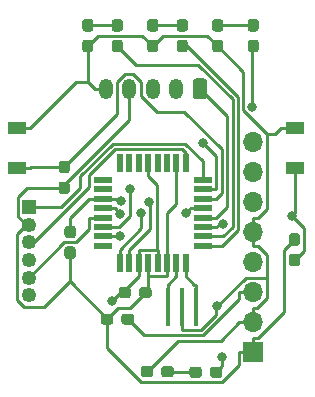
<source format=gtl>
G04 #@! TF.GenerationSoftware,KiCad,Pcbnew,(5.1.9)-1*
G04 #@! TF.CreationDate,2021-08-03T23:26:31+09:00*
G04 #@! TF.ProjectId,IMU_BNO055_20210802,494d555f-424e-44f3-9035-355f32303231,rev?*
G04 #@! TF.SameCoordinates,PX6dac2c0PY6dac2c0*
G04 #@! TF.FileFunction,Copper,L1,Top*
G04 #@! TF.FilePolarity,Positive*
%FSLAX46Y46*%
G04 Gerber Fmt 4.6, Leading zero omitted, Abs format (unit mm)*
G04 Created by KiCad (PCBNEW (5.1.9)-1) date 2021-08-03 23:26:31*
%MOMM*%
%LPD*%
G01*
G04 APERTURE LIST*
G04 #@! TA.AperFunction,ComponentPad*
%ADD10C,1.250000*%
G04 #@! TD*
G04 #@! TA.AperFunction,ComponentPad*
%ADD11R,1.250000X1.250000*%
G04 #@! TD*
G04 #@! TA.AperFunction,SMDPad,CuDef*
%ADD12R,0.400000X3.200000*%
G04 #@! TD*
G04 #@! TA.AperFunction,SMDPad,CuDef*
%ADD13R,1.600000X0.550000*%
G04 #@! TD*
G04 #@! TA.AperFunction,SMDPad,CuDef*
%ADD14R,0.550000X1.600000*%
G04 #@! TD*
G04 #@! TA.AperFunction,SMDPad,CuDef*
%ADD15R,1.600000X1.050000*%
G04 #@! TD*
G04 #@! TA.AperFunction,ComponentPad*
%ADD16O,1.700000X1.700000*%
G04 #@! TD*
G04 #@! TA.AperFunction,ComponentPad*
%ADD17R,1.700000X1.700000*%
G04 #@! TD*
G04 #@! TA.AperFunction,ComponentPad*
%ADD18O,1.200000X1.750000*%
G04 #@! TD*
G04 #@! TA.AperFunction,ViaPad*
%ADD19C,0.800000*%
G04 #@! TD*
G04 #@! TA.AperFunction,Conductor*
%ADD20C,0.250000*%
G04 #@! TD*
G04 APERTURE END LIST*
D10*
X6500000Y13000000D03*
X6500000Y14500000D03*
X6500000Y16000000D03*
X6500000Y17500000D03*
X6500000Y19000000D03*
D11*
X6500000Y20500000D03*
D12*
X18300000Y12000000D03*
X19500000Y12000000D03*
X20700000Y12000000D03*
D13*
X12750000Y17200000D03*
X12750000Y18000000D03*
X12750000Y18800000D03*
X12750000Y19600000D03*
X12750000Y20400000D03*
X12750000Y21200000D03*
X12750000Y22000000D03*
X12750000Y22800000D03*
D14*
X14200000Y24250000D03*
X15000000Y24250000D03*
X15800000Y24250000D03*
X16600000Y24250000D03*
X17400000Y24250000D03*
X18200000Y24250000D03*
X19000000Y24250000D03*
X19800000Y24250000D03*
D13*
X21250000Y22800000D03*
X21250000Y22000000D03*
X21250000Y21200000D03*
X21250000Y20400000D03*
X21250000Y19600000D03*
X21250000Y18800000D03*
X21250000Y18000000D03*
X21250000Y17200000D03*
D14*
X19800000Y15750000D03*
X19000000Y15750000D03*
X18200000Y15750000D03*
X17400000Y15750000D03*
X16600000Y15750000D03*
X15800000Y15750000D03*
X15000000Y15750000D03*
X14200000Y15750000D03*
D15*
X5500000Y23800000D03*
X5500000Y27200000D03*
X29000000Y23800000D03*
X29000000Y27200000D03*
G04 #@! TA.AperFunction,SMDPad,CuDef*
G36*
G01*
X25262500Y34650000D02*
X25737500Y34650000D01*
G75*
G02*
X25975000Y34412500I0J-237500D01*
G01*
X25975000Y33837500D01*
G75*
G02*
X25737500Y33600000I-237500J0D01*
G01*
X25262500Y33600000D01*
G75*
G02*
X25025000Y33837500I0J237500D01*
G01*
X25025000Y34412500D01*
G75*
G02*
X25262500Y34650000I237500J0D01*
G01*
G37*
G04 #@! TD.AperFunction*
G04 #@! TA.AperFunction,SMDPad,CuDef*
G36*
G01*
X25262500Y36400000D02*
X25737500Y36400000D01*
G75*
G02*
X25975000Y36162500I0J-237500D01*
G01*
X25975000Y35587500D01*
G75*
G02*
X25737500Y35350000I-237500J0D01*
G01*
X25262500Y35350000D01*
G75*
G02*
X25025000Y35587500I0J237500D01*
G01*
X25025000Y36162500D01*
G75*
G02*
X25262500Y36400000I237500J0D01*
G01*
G37*
G04 #@! TD.AperFunction*
G04 #@! TA.AperFunction,SMDPad,CuDef*
G36*
G01*
X19262500Y34650000D02*
X19737500Y34650000D01*
G75*
G02*
X19975000Y34412500I0J-237500D01*
G01*
X19975000Y33837500D01*
G75*
G02*
X19737500Y33600000I-237500J0D01*
G01*
X19262500Y33600000D01*
G75*
G02*
X19025000Y33837500I0J237500D01*
G01*
X19025000Y34412500D01*
G75*
G02*
X19262500Y34650000I237500J0D01*
G01*
G37*
G04 #@! TD.AperFunction*
G04 #@! TA.AperFunction,SMDPad,CuDef*
G36*
G01*
X19262500Y36400000D02*
X19737500Y36400000D01*
G75*
G02*
X19975000Y36162500I0J-237500D01*
G01*
X19975000Y35587500D01*
G75*
G02*
X19737500Y35350000I-237500J0D01*
G01*
X19262500Y35350000D01*
G75*
G02*
X19025000Y35587500I0J237500D01*
G01*
X19025000Y36162500D01*
G75*
G02*
X19262500Y36400000I237500J0D01*
G01*
G37*
G04 #@! TD.AperFunction*
G04 #@! TA.AperFunction,SMDPad,CuDef*
G36*
G01*
X13762500Y34650000D02*
X14237500Y34650000D01*
G75*
G02*
X14475000Y34412500I0J-237500D01*
G01*
X14475000Y33837500D01*
G75*
G02*
X14237500Y33600000I-237500J0D01*
G01*
X13762500Y33600000D01*
G75*
G02*
X13525000Y33837500I0J237500D01*
G01*
X13525000Y34412500D01*
G75*
G02*
X13762500Y34650000I237500J0D01*
G01*
G37*
G04 #@! TD.AperFunction*
G04 #@! TA.AperFunction,SMDPad,CuDef*
G36*
G01*
X13762500Y36400000D02*
X14237500Y36400000D01*
G75*
G02*
X14475000Y36162500I0J-237500D01*
G01*
X14475000Y35587500D01*
G75*
G02*
X14237500Y35350000I-237500J0D01*
G01*
X13762500Y35350000D01*
G75*
G02*
X13525000Y35587500I0J237500D01*
G01*
X13525000Y36162500D01*
G75*
G02*
X13762500Y36400000I237500J0D01*
G01*
G37*
G04 #@! TD.AperFunction*
G04 #@! TA.AperFunction,SMDPad,CuDef*
G36*
G01*
X21850000Y6262500D02*
X21850000Y6737500D01*
G75*
G02*
X22087500Y6975000I237500J0D01*
G01*
X22662500Y6975000D01*
G75*
G02*
X22900000Y6737500I0J-237500D01*
G01*
X22900000Y6262500D01*
G75*
G02*
X22662500Y6025000I-237500J0D01*
G01*
X22087500Y6025000D01*
G75*
G02*
X21850000Y6262500I0J237500D01*
G01*
G37*
G04 #@! TD.AperFunction*
G04 #@! TA.AperFunction,SMDPad,CuDef*
G36*
G01*
X20100000Y6262500D02*
X20100000Y6737500D01*
G75*
G02*
X20337500Y6975000I237500J0D01*
G01*
X20912500Y6975000D01*
G75*
G02*
X21150000Y6737500I0J-237500D01*
G01*
X21150000Y6262500D01*
G75*
G02*
X20912500Y6025000I-237500J0D01*
G01*
X20337500Y6025000D01*
G75*
G02*
X20100000Y6262500I0J237500D01*
G01*
G37*
G04 #@! TD.AperFunction*
D16*
X25500000Y26000000D03*
X25500000Y23460000D03*
X25500000Y20920000D03*
X25500000Y18380000D03*
X25500000Y15840000D03*
X25500000Y13300000D03*
X25500000Y10760000D03*
D17*
X25500000Y8220000D03*
D18*
X13000000Y30500000D03*
X15000000Y30500000D03*
X17000000Y30500000D03*
X19000000Y30500000D03*
G04 #@! TA.AperFunction,ComponentPad*
G36*
G01*
X21600000Y31125001D02*
X21600000Y29874999D01*
G75*
G02*
X21350001Y29625000I-249999J0D01*
G01*
X20649999Y29625000D01*
G75*
G02*
X20400000Y29874999I0J249999D01*
G01*
X20400000Y31125001D01*
G75*
G02*
X20649999Y31375000I249999J0D01*
G01*
X21350001Y31375000D01*
G75*
G02*
X21600000Y31125001I0J-249999D01*
G01*
G37*
G04 #@! TD.AperFunction*
G04 #@! TA.AperFunction,SMDPad,CuDef*
G36*
G01*
X22737500Y35350000D02*
X22262500Y35350000D01*
G75*
G02*
X22025000Y35587500I0J237500D01*
G01*
X22025000Y36162500D01*
G75*
G02*
X22262500Y36400000I237500J0D01*
G01*
X22737500Y36400000D01*
G75*
G02*
X22975000Y36162500I0J-237500D01*
G01*
X22975000Y35587500D01*
G75*
G02*
X22737500Y35350000I-237500J0D01*
G01*
G37*
G04 #@! TD.AperFunction*
G04 #@! TA.AperFunction,SMDPad,CuDef*
G36*
G01*
X22737500Y33600000D02*
X22262500Y33600000D01*
G75*
G02*
X22025000Y33837500I0J237500D01*
G01*
X22025000Y34412500D01*
G75*
G02*
X22262500Y34650000I237500J0D01*
G01*
X22737500Y34650000D01*
G75*
G02*
X22975000Y34412500I0J-237500D01*
G01*
X22975000Y33837500D01*
G75*
G02*
X22737500Y33600000I-237500J0D01*
G01*
G37*
G04 #@! TD.AperFunction*
G04 #@! TA.AperFunction,SMDPad,CuDef*
G36*
G01*
X17237500Y35350000D02*
X16762500Y35350000D01*
G75*
G02*
X16525000Y35587500I0J237500D01*
G01*
X16525000Y36162500D01*
G75*
G02*
X16762500Y36400000I237500J0D01*
G01*
X17237500Y36400000D01*
G75*
G02*
X17475000Y36162500I0J-237500D01*
G01*
X17475000Y35587500D01*
G75*
G02*
X17237500Y35350000I-237500J0D01*
G01*
G37*
G04 #@! TD.AperFunction*
G04 #@! TA.AperFunction,SMDPad,CuDef*
G36*
G01*
X17237500Y33600000D02*
X16762500Y33600000D01*
G75*
G02*
X16525000Y33837500I0J237500D01*
G01*
X16525000Y34412500D01*
G75*
G02*
X16762500Y34650000I237500J0D01*
G01*
X17237500Y34650000D01*
G75*
G02*
X17475000Y34412500I0J-237500D01*
G01*
X17475000Y33837500D01*
G75*
G02*
X17237500Y33600000I-237500J0D01*
G01*
G37*
G04 #@! TD.AperFunction*
G04 #@! TA.AperFunction,SMDPad,CuDef*
G36*
G01*
X11737500Y35350000D02*
X11262500Y35350000D01*
G75*
G02*
X11025000Y35587500I0J237500D01*
G01*
X11025000Y36162500D01*
G75*
G02*
X11262500Y36400000I237500J0D01*
G01*
X11737500Y36400000D01*
G75*
G02*
X11975000Y36162500I0J-237500D01*
G01*
X11975000Y35587500D01*
G75*
G02*
X11737500Y35350000I-237500J0D01*
G01*
G37*
G04 #@! TD.AperFunction*
G04 #@! TA.AperFunction,SMDPad,CuDef*
G36*
G01*
X11737500Y33600000D02*
X11262500Y33600000D01*
G75*
G02*
X11025000Y33837500I0J237500D01*
G01*
X11025000Y34412500D01*
G75*
G02*
X11262500Y34650000I237500J0D01*
G01*
X11737500Y34650000D01*
G75*
G02*
X11975000Y34412500I0J-237500D01*
G01*
X11975000Y33837500D01*
G75*
G02*
X11737500Y33600000I-237500J0D01*
G01*
G37*
G04 #@! TD.AperFunction*
G04 #@! TA.AperFunction,SMDPad,CuDef*
G36*
G01*
X17725000Y6320500D02*
X17725000Y6795500D01*
G75*
G02*
X17962500Y7033000I237500J0D01*
G01*
X18537500Y7033000D01*
G75*
G02*
X18775000Y6795500I0J-237500D01*
G01*
X18775000Y6320500D01*
G75*
G02*
X18537500Y6083000I-237500J0D01*
G01*
X17962500Y6083000D01*
G75*
G02*
X17725000Y6320500I0J237500D01*
G01*
G37*
G04 #@! TD.AperFunction*
G04 #@! TA.AperFunction,SMDPad,CuDef*
G36*
G01*
X15975000Y6320500D02*
X15975000Y6795500D01*
G75*
G02*
X16212500Y7033000I237500J0D01*
G01*
X16787500Y7033000D01*
G75*
G02*
X17025000Y6795500I0J-237500D01*
G01*
X17025000Y6320500D01*
G75*
G02*
X16787500Y6083000I-237500J0D01*
G01*
X16212500Y6083000D01*
G75*
G02*
X15975000Y6320500I0J237500D01*
G01*
G37*
G04 #@! TD.AperFunction*
G04 #@! TA.AperFunction,SMDPad,CuDef*
G36*
G01*
X15150000Y13487500D02*
X15150000Y13012500D01*
G75*
G02*
X14912500Y12775000I-237500J0D01*
G01*
X14337500Y12775000D01*
G75*
G02*
X14100000Y13012500I0J237500D01*
G01*
X14100000Y13487500D01*
G75*
G02*
X14337500Y13725000I237500J0D01*
G01*
X14912500Y13725000D01*
G75*
G02*
X15150000Y13487500I0J-237500D01*
G01*
G37*
G04 #@! TD.AperFunction*
G04 #@! TA.AperFunction,SMDPad,CuDef*
G36*
G01*
X16900000Y13487500D02*
X16900000Y13012500D01*
G75*
G02*
X16662500Y12775000I-237500J0D01*
G01*
X16087500Y12775000D01*
G75*
G02*
X15850000Y13012500I0J237500D01*
G01*
X15850000Y13487500D01*
G75*
G02*
X16087500Y13725000I237500J0D01*
G01*
X16662500Y13725000D01*
G75*
G02*
X16900000Y13487500I0J-237500D01*
G01*
G37*
G04 #@! TD.AperFunction*
G04 #@! TA.AperFunction,SMDPad,CuDef*
G36*
G01*
X10237500Y17850000D02*
X9762500Y17850000D01*
G75*
G02*
X9525000Y18087500I0J237500D01*
G01*
X9525000Y18662500D01*
G75*
G02*
X9762500Y18900000I237500J0D01*
G01*
X10237500Y18900000D01*
G75*
G02*
X10475000Y18662500I0J-237500D01*
G01*
X10475000Y18087500D01*
G75*
G02*
X10237500Y17850000I-237500J0D01*
G01*
G37*
G04 #@! TD.AperFunction*
G04 #@! TA.AperFunction,SMDPad,CuDef*
G36*
G01*
X10237500Y16100000D02*
X9762500Y16100000D01*
G75*
G02*
X9525000Y16337500I0J237500D01*
G01*
X9525000Y16912500D01*
G75*
G02*
X9762500Y17150000I237500J0D01*
G01*
X10237500Y17150000D01*
G75*
G02*
X10475000Y16912500I0J-237500D01*
G01*
X10475000Y16337500D01*
G75*
G02*
X10237500Y16100000I-237500J0D01*
G01*
G37*
G04 #@! TD.AperFunction*
G04 #@! TA.AperFunction,SMDPad,CuDef*
G36*
G01*
X14350000Y10762500D02*
X14350000Y11237500D01*
G75*
G02*
X14587500Y11475000I237500J0D01*
G01*
X15162500Y11475000D01*
G75*
G02*
X15400000Y11237500I0J-237500D01*
G01*
X15400000Y10762500D01*
G75*
G02*
X15162500Y10525000I-237500J0D01*
G01*
X14587500Y10525000D01*
G75*
G02*
X14350000Y10762500I0J237500D01*
G01*
G37*
G04 #@! TD.AperFunction*
G04 #@! TA.AperFunction,SMDPad,CuDef*
G36*
G01*
X12600000Y10762500D02*
X12600000Y11237500D01*
G75*
G02*
X12837500Y11475000I237500J0D01*
G01*
X13412500Y11475000D01*
G75*
G02*
X13650000Y11237500I0J-237500D01*
G01*
X13650000Y10762500D01*
G75*
G02*
X13412500Y10525000I-237500J0D01*
G01*
X12837500Y10525000D01*
G75*
G02*
X12600000Y10762500I0J237500D01*
G01*
G37*
G04 #@! TD.AperFunction*
G04 #@! TA.AperFunction,SMDPad,CuDef*
G36*
G01*
X9737500Y23350000D02*
X9262500Y23350000D01*
G75*
G02*
X9025000Y23587500I0J237500D01*
G01*
X9025000Y24162500D01*
G75*
G02*
X9262500Y24400000I237500J0D01*
G01*
X9737500Y24400000D01*
G75*
G02*
X9975000Y24162500I0J-237500D01*
G01*
X9975000Y23587500D01*
G75*
G02*
X9737500Y23350000I-237500J0D01*
G01*
G37*
G04 #@! TD.AperFunction*
G04 #@! TA.AperFunction,SMDPad,CuDef*
G36*
G01*
X9737500Y21600000D02*
X9262500Y21600000D01*
G75*
G02*
X9025000Y21837500I0J237500D01*
G01*
X9025000Y22412500D01*
G75*
G02*
X9262500Y22650000I237500J0D01*
G01*
X9737500Y22650000D01*
G75*
G02*
X9975000Y22412500I0J-237500D01*
G01*
X9975000Y21837500D01*
G75*
G02*
X9737500Y21600000I-237500J0D01*
G01*
G37*
G04 #@! TD.AperFunction*
G04 #@! TA.AperFunction,SMDPad,CuDef*
G36*
G01*
X28762500Y16525000D02*
X29237500Y16525000D01*
G75*
G02*
X29475000Y16287500I0J-237500D01*
G01*
X29475000Y15712500D01*
G75*
G02*
X29237500Y15475000I-237500J0D01*
G01*
X28762500Y15475000D01*
G75*
G02*
X28525000Y15712500I0J237500D01*
G01*
X28525000Y16287500D01*
G75*
G02*
X28762500Y16525000I237500J0D01*
G01*
G37*
G04 #@! TD.AperFunction*
G04 #@! TA.AperFunction,SMDPad,CuDef*
G36*
G01*
X28762500Y18275000D02*
X29237500Y18275000D01*
G75*
G02*
X29475000Y18037500I0J-237500D01*
G01*
X29475000Y17462500D01*
G75*
G02*
X29237500Y17225000I-237500J0D01*
G01*
X28762500Y17225000D01*
G75*
G02*
X28525000Y17462500I0J237500D01*
G01*
X28525000Y18037500D01*
G75*
G02*
X28762500Y18275000I237500J0D01*
G01*
G37*
G04 #@! TD.AperFunction*
D19*
X13581100Y12568100D03*
X22422750Y12077250D03*
X21270000Y25909300D03*
X14185900Y18032700D03*
X16009300Y20007800D03*
X22924100Y19080000D03*
X22872300Y7752400D03*
X16646600Y20874400D03*
X25394000Y28974900D03*
X15053600Y22055100D03*
X14328200Y21017400D03*
X14203700Y19909500D03*
X19839900Y20012700D03*
X28782700Y19744700D03*
D20*
X19500000Y12000000D02*
X19500000Y10074700D01*
X25500000Y18380000D02*
X25500000Y19555300D01*
X26675300Y26666100D02*
X26675300Y20363200D01*
X26675300Y20363200D02*
X25867400Y19555300D01*
X25867400Y19555300D02*
X25500000Y19555300D01*
X26675300Y26666100D02*
X27340800Y26666100D01*
X27340800Y26666100D02*
X27874700Y27200000D01*
X22500000Y34125000D02*
X24668600Y31956400D01*
X24668600Y31956400D02*
X24668600Y28672800D01*
X24668600Y28672800D02*
X26675300Y26666100D01*
X26675300Y14515000D02*
X26675300Y12809300D01*
X26675300Y12809300D02*
X25801300Y11935300D01*
X25801300Y11935300D02*
X25500000Y11935300D01*
X19500000Y10074700D02*
X21099400Y10074700D01*
X21099400Y10074700D02*
X22337800Y11313100D01*
X22337800Y11313100D02*
X22337800Y11992300D01*
X22337800Y11992300D02*
X22422750Y12077250D01*
X24860500Y14515000D02*
X26675300Y14515000D01*
X26675300Y14515000D02*
X26675300Y16396800D01*
X26675300Y16396800D02*
X25867400Y17204700D01*
X25867400Y17204700D02*
X25500000Y17204700D01*
X25500000Y18380000D02*
X25500000Y17204700D01*
X16500000Y6558000D02*
X19116100Y9174100D01*
X19116100Y9174100D02*
X22738800Y9174100D01*
X22738800Y9174100D02*
X24324700Y10760000D01*
X25500000Y10760000D02*
X25500000Y11935300D01*
X25500000Y10760000D02*
X24324700Y10760000D01*
X17400000Y15750000D02*
X17400000Y16875300D01*
X17372300Y16875300D02*
X15800000Y16875300D01*
X16600000Y23124700D02*
X17372300Y22352400D01*
X17372300Y22352400D02*
X17372300Y16875300D01*
X17372300Y16875300D02*
X17400000Y16875300D01*
X14625000Y13250000D02*
X14263000Y13250000D01*
X14263000Y13250000D02*
X13581100Y12568100D01*
X17000000Y34125000D02*
X16125000Y35000000D01*
X16125000Y35000000D02*
X12375000Y35000000D01*
X12375000Y35000000D02*
X11500000Y34125000D01*
X22500000Y34125000D02*
X21625000Y35000000D01*
X21625000Y35000000D02*
X17875000Y35000000D01*
X17875000Y35000000D02*
X17000000Y34125000D01*
X29000000Y27200000D02*
X27874700Y27200000D01*
X13000000Y30500000D02*
X12074700Y30500000D01*
X12074700Y30500000D02*
X11500000Y31074700D01*
X11500000Y31074700D02*
X10500000Y31074700D01*
X10500000Y31074700D02*
X6625300Y27200000D01*
X11500000Y34125000D02*
X11500000Y31074700D01*
X14625000Y13250000D02*
X14625000Y13449700D01*
X14625000Y13449700D02*
X15800000Y14624700D01*
X15800000Y15750000D02*
X15800000Y14624700D01*
X16600000Y24250000D02*
X16600000Y23124700D01*
X15800000Y15750000D02*
X15800000Y16875300D01*
X5500000Y27200000D02*
X6625300Y27200000D01*
X22422750Y12077250D02*
X24860500Y14515000D01*
X25500000Y8220000D02*
X24324700Y8220000D01*
X25500000Y8220000D02*
X25500000Y9395300D01*
X25500000Y9395300D02*
X25867300Y9395300D01*
X25867300Y9395300D02*
X28101300Y11629300D01*
X28101300Y11629300D02*
X28101300Y16851300D01*
X28101300Y16851300D02*
X29000000Y17750000D01*
X24324700Y8220000D02*
X24324700Y7118200D01*
X24324700Y7118200D02*
X22887100Y5680600D01*
X22887100Y5680600D02*
X16027200Y5680600D01*
X16027200Y5680600D02*
X13125000Y8582800D01*
X13125000Y8582800D02*
X13125000Y11000000D01*
X13125000Y11043200D02*
X13125000Y11000000D01*
X9978700Y14189600D02*
X10000000Y14210900D01*
X10000000Y14210900D02*
X10000000Y16625000D01*
X6274500Y19000000D02*
X5513200Y18238700D01*
X5513200Y18238700D02*
X5513200Y12602700D01*
X5513200Y12602700D02*
X6102600Y12013300D01*
X6102600Y12013300D02*
X7802400Y12013300D01*
X7802400Y12013300D02*
X9978700Y14189600D01*
X9978700Y14189600D02*
X13125000Y11043200D01*
X13125000Y11043200D02*
X14016800Y11935000D01*
X14016800Y11935000D02*
X15060000Y11935000D01*
X15060000Y11935000D02*
X16375000Y13250000D01*
X15000000Y30500000D02*
X15000000Y27882100D01*
X15000000Y27882100D02*
X9500000Y22382100D01*
X9500000Y22382100D02*
X9500000Y22125000D01*
X19000000Y24250000D02*
X19000000Y20783500D01*
X19000000Y20783500D02*
X18200000Y19983500D01*
X18200000Y19983500D02*
X18200000Y15750000D01*
X16600000Y14624700D02*
X16600000Y15750000D01*
X16375000Y13250000D02*
X16600000Y13475000D01*
X16600000Y13475000D02*
X16600000Y14624700D01*
X16600000Y14624700D02*
X18200000Y14624700D01*
X18200000Y15750000D02*
X18200000Y14624700D01*
X6274500Y19000000D02*
X6500000Y19000000D01*
X9500000Y22125000D02*
X6350500Y22125000D01*
X6350500Y22125000D02*
X5549600Y21324100D01*
X5549600Y21324100D02*
X5549600Y19724900D01*
X5549600Y19724900D02*
X6274500Y19000000D01*
X12750000Y19600000D02*
X11624700Y19600000D01*
X11624700Y19600000D02*
X11624700Y18615500D01*
X11624700Y18615500D02*
X10509200Y17500000D01*
X10509200Y17500000D02*
X9500000Y17500000D01*
X9500000Y17500000D02*
X6500000Y14500000D01*
X22375300Y22000000D02*
X22375300Y24804000D01*
X22375300Y24804000D02*
X21270000Y25909300D01*
X21250000Y22000000D02*
X22375300Y22000000D01*
X19800000Y24250000D02*
X19800000Y25063700D01*
X19800000Y25063700D02*
X19488300Y25375400D01*
X19488300Y25375400D02*
X13767100Y25375400D01*
X13767100Y25375400D02*
X11618700Y23227000D01*
X11618700Y23227000D02*
X11618700Y22214600D01*
X11618700Y22214600D02*
X6904100Y17500000D01*
X6904100Y17500000D02*
X6500000Y17500000D01*
X21250000Y22800000D02*
X21250000Y24366900D01*
X21250000Y24366900D02*
X19756400Y25860500D01*
X19756400Y25860500D02*
X13615300Y25860500D01*
X13615300Y25860500D02*
X10843800Y23089000D01*
X10843800Y23089000D02*
X10843800Y22125200D01*
X10843800Y22125200D02*
X9218600Y20500000D01*
X9218600Y20500000D02*
X6500000Y20500000D01*
X18250000Y6558000D02*
X20567000Y6558000D01*
X20567000Y6558000D02*
X20625000Y6500000D01*
X11500000Y35875000D02*
X14000000Y35875000D01*
X17000000Y35875000D02*
X19500000Y35875000D01*
X22500000Y35875000D02*
X25500000Y35875000D01*
X14185900Y18032700D02*
X13908000Y18032700D01*
X13908000Y18032700D02*
X13875300Y18000000D01*
X12750000Y18000000D02*
X13875300Y18000000D01*
X14200000Y15750000D02*
X14200000Y16875300D01*
X16009300Y20007800D02*
X16009300Y18684600D01*
X16009300Y18684600D02*
X14200000Y16875300D01*
X22375000Y6500000D02*
X22872300Y6997300D01*
X22872300Y6997300D02*
X22872300Y7752400D01*
X22924100Y19080000D02*
X22655300Y19080000D01*
X22655300Y19080000D02*
X22375300Y18800000D01*
X21250000Y18800000D02*
X22375300Y18800000D01*
X14000000Y34125000D02*
X15572600Y32552400D01*
X15572600Y32552400D02*
X20814800Y32552400D01*
X20814800Y32552400D02*
X23768000Y29599200D01*
X23768000Y29599200D02*
X23768000Y18831400D01*
X23768000Y18831400D02*
X22936600Y18000000D01*
X22936600Y18000000D02*
X21250000Y18000000D01*
X22375300Y17200000D02*
X22853000Y17200000D01*
X22853000Y17200000D02*
X24218300Y18565300D01*
X24218300Y18565300D02*
X24218300Y29804800D01*
X24218300Y29804800D02*
X19898100Y34125000D01*
X19898100Y34125000D02*
X19500000Y34125000D01*
X21250000Y17200000D02*
X22375300Y17200000D01*
X15000000Y16875300D02*
X16734600Y18609900D01*
X16734600Y18609900D02*
X16734600Y20786400D01*
X16734600Y20786400D02*
X16646600Y20874400D01*
X25394000Y28974900D02*
X25394000Y34019000D01*
X25394000Y34019000D02*
X25500000Y34125000D01*
X15000000Y15750000D02*
X15000000Y16875300D01*
X20700000Y12000000D02*
X20700000Y13925300D01*
X19800000Y15750000D02*
X19800000Y14624700D01*
X19800000Y14624700D02*
X20499400Y13925300D01*
X20499400Y13925300D02*
X20700000Y13925300D01*
X19000000Y15750000D02*
X19000000Y14624700D01*
X18300000Y12000000D02*
X18300000Y13925300D01*
X19000000Y14624700D02*
X18999400Y14624700D01*
X18999400Y14624700D02*
X18300000Y13925300D01*
X13875300Y18800000D02*
X14120000Y18800000D01*
X14120000Y18800000D02*
X15053600Y19733600D01*
X15053600Y19733600D02*
X15053600Y22055100D01*
X12750000Y18800000D02*
X13875300Y18800000D01*
X21000000Y30500000D02*
X23278400Y28221600D01*
X23278400Y28221600D02*
X23278400Y20503100D01*
X23278400Y20503100D02*
X22375300Y19600000D01*
X21250000Y19600000D02*
X22375300Y19600000D01*
X13875300Y21200000D02*
X14057900Y21017400D01*
X14057900Y21017400D02*
X14328200Y21017400D01*
X12750000Y21200000D02*
X13875300Y21200000D01*
X11624700Y21200000D02*
X10000000Y19575300D01*
X10000000Y19575300D02*
X10000000Y18375000D01*
X12750000Y21200000D02*
X11624700Y21200000D01*
X12750000Y20400000D02*
X13875300Y20400000D01*
X14203700Y19909500D02*
X13875300Y20237900D01*
X13875300Y20237900D02*
X13875300Y20400000D01*
X14875000Y11000000D02*
X16250600Y9624400D01*
X16250600Y9624400D02*
X21286000Y9624400D01*
X21286000Y9624400D02*
X24324700Y12663100D01*
X24324700Y12663100D02*
X24324700Y13300000D01*
X25500000Y13300000D02*
X24324700Y13300000D01*
X29000000Y16000000D02*
X29803200Y16803200D01*
X29803200Y16803200D02*
X29803200Y18724200D01*
X29803200Y18724200D02*
X28782700Y19744700D01*
X28782700Y19744700D02*
X29000000Y19962000D01*
X29000000Y19962000D02*
X29000000Y22949700D01*
X20124700Y20400000D02*
X20124700Y20297500D01*
X20124700Y20297500D02*
X19839900Y20012700D01*
X21250000Y20400000D02*
X20124700Y20400000D01*
X29000000Y23800000D02*
X29000000Y22949700D01*
X9500000Y23875000D02*
X14000000Y28375000D01*
X14000000Y28375000D02*
X14000000Y31104900D01*
X14000000Y31104900D02*
X14622100Y31727000D01*
X14622100Y31727000D02*
X15360200Y31727000D01*
X15360200Y31727000D02*
X16000000Y31087200D01*
X16000000Y31087200D02*
X16000000Y29858300D01*
X16000000Y29858300D02*
X17319000Y28539300D01*
X17319000Y28539300D02*
X19685000Y28539300D01*
X19685000Y28539300D02*
X22828100Y25396200D01*
X22828100Y25396200D02*
X22828100Y21652800D01*
X22828100Y21652800D02*
X22375300Y21200000D01*
X6625300Y23800000D02*
X6700300Y23875000D01*
X6700300Y23875000D02*
X9500000Y23875000D01*
X21250000Y21200000D02*
X22375300Y21200000D01*
X5500000Y23800000D02*
X6625300Y23800000D01*
M02*

</source>
